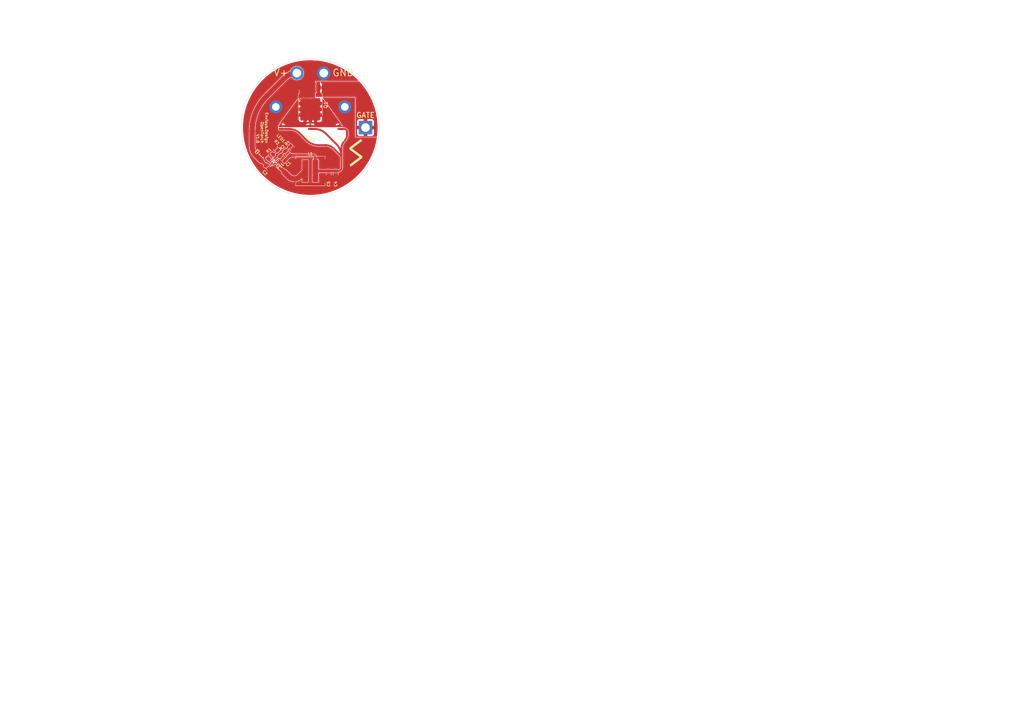
<source format=kicad_pcb>
(kicad_pcb (version 20221018) (generator pcbnew)
  (layers (0 "F.Cu" signal) (31 "B.Cu" signal) (34 "B.Paste" user) (35 "F.Paste" user) (36 "B.SilkS" user "B.Silkscreen") (37 "F.SilkS" user "F.Silkscreen") (38 "B.Mask" user) (39 "F.Mask" user) (44 "Edge.Cuts" user))
  (net 0 "")
  (net 1 "LED_V+")
  (net 2 "Net-(PS1-FB)")
  (net 3 "GND")
  (net 4 "VCC")
  (net 5 "Net-(PS1-SW)")
  (net 6 "Net-(PS1-EN)")
  (net 7 "Net-(J2-Pin_1)")
  (net 8 "Net-(Q1-D)")
  (footprint "Resistor_SMD:R_0805_2012Metric" (layer "F.Cu") (at 79.9 42.95 135)
    (fp_text reference "R3" (at 0.954594 1.449569 135) (layer "F.SilkS") (effects (font (size 0.8 0.8) (thickness 0.153))))
    (fp_text value "23.2K 0805")
    (fp_line (start -0.227064 -0.735) (end 0.227064 -0.735) (stroke (width 0.12)) (layer "F.SilkS"))
    (fp_line (start -0.227064 0.735) (end 0.227064 0.735) (stroke (width 0.12)) (layer "F.SilkS"))
    (pad "1" smd roundrect (at -0.9125 0 135) (size 1.025 1.4) (layers "F.Cu" "F.Paste" "F.Mask") (roundrect_rratio 0.243902) (net 6 "Net-(PS1-EN)"))
    (pad "2" smd roundrect (at 0.9125 0 135) (size 1.025 1.4) (layers "F.Cu" "F.Paste" "F.Mask") (roundrect_rratio 0.243902) (net 3 "GND"))
  )
  (footprint "MountingHole:MountingHole_2.2mm_M2_DIN965_Pad" (layer "F.Cu") (at 80 31)
    (fp_text reference "H1")
    (fp_text value "MountingHole")
    (pad "1" thru_hole circle (at 0 0) (size 3.8 3.8) (drill 2.2) (layers "*.Cu" "*.Mask") (net 3 "GND"))
  )
  (footprint "Connector_Wire:SolderWire-2sqmm_1x01_D2mm_OD3.9mm" (layer "F.Cu") (at 106 37)
    (fp_text reference "J2" hide)
    (fp_text value "Conn_01x02")
    (pad "1" thru_hole roundrect (at 0 0) (size 3.9 3.9) (drill 2.5) (layers "*.Cu" "*.Mask") (roundrect_rratio 0.064103) (net 7 "Net-(J2-Pin_1)"))
  )
  (footprint "Package_TO_SOT_SMD:TO-252-2" (layer "F.Cu") (at 90 30.44 -90)
    (fp_text reference "Q1" (at 0 -4.5 90) (layer "F.SilkS"))
    (fp_text value "IRLR120NTRPBF")
    (fp_line (start -3.31 -3.45) (end -3.31 -3.18) (stroke (width 0.12)) (layer "F.SilkS"))
    (fp_line (start -3.31 -3.18) (end -6.14 -3.18) (stroke (width 0.12)) (layer "F.SilkS"))
    (fp_line (start -3.31 3.18) (end -4.41 3.18) (stroke (width 0.12)) (layer "F.SilkS"))
    (fp_line (start -3.31 3.45) (end -3.31 3.18) (stroke (width 0.12)) (layer "F.SilkS"))
    (fp_line (start 3.11 -3.45) (end -3.31 -3.45) (stroke (width 0.12)) (layer "F.SilkS"))
    (fp_line (start 3.11 3.45) (end -3.31 3.45) (stroke (width 0.12)) (layer "F.SilkS"))
    (pad "1" smd roundrect (at -5.04 -2.28 270) (size 2.2 1.2) (layers "F.Cu" "F.Paste" "F.Mask") (roundrect_rratio 0.208333) (net 7 "Net-(J2-Pin_1)"))
    (pad "2" smd roundrect (at -0.415 -1.525 270) (size 3.05 2.75) (layers "F.Cu" "F.Paste") (roundrect_rratio 0.090909) (net 8 "Net-(Q1-D)"))
    (pad "2" smd roundrect (at -0.415 1.525 270) (size 3.05 2.75) (layers "F.Cu" "F.Paste") (roundrect_rratio 0.090909) (net 8 "Net-(Q1-D)"))
    (pad "2" smd roundrect (at 1.26 0 270) (size 6.4 5.8) (layers "F.Cu" "F.Mask") (roundrect_rratio 0.043103) (net 8 "Net-(Q1-D)"))
    (pad "2" smd roundrect (at 2.935 -1.525 270) (size 3.05 2.75) (layers "F.Cu" "F.Paste") (roundrect_rratio 0.090909) (net 8 "Net-(Q1-D)"))
    (pad "2" smd roundrect (at 2.935 1.525 270) (size 3.05 2.75) (layers "F.Cu" "F.Paste") (roundrect_rratio 0.090909) (net 8 "Net-(Q1-D)"))
    (pad "3" smd roundrect (at -5.04 2.28 270) (size 2.2 1.2) (layers "F.Cu" "F.Paste" "F.Mask") (roundrect_rratio 0.208333) (net 3 "GND"))
  )
  (footprint "GWVJLPL1CMK3LXXX511:GWVJLPL1CMK3LXXX511" (layer "F.Cu") (at 98.55 37 -90)
    (fp_text reference "LED2" (at 3.1 0 -225) (layer "F.SilkS") (effects (font (size 0.8 0.8) (thickness 0.153))))
    (fp_text value "GW_VJLPL1.CM-K3LX-XX51-1" hide)
    (fp_line (start -1.3 0) (end -1.3 0) (stroke (width 0.1)) (layer "F.SilkS"))
    (fp_line (start -1.2 0) (end -1.2 0) (stroke (width 0.1)) (layer "F.SilkS"))
    (fp_arc (start -1.3 0) (mid -1.25 -0.05) (end -1.2 0) (stroke (width 0.1)) (layer "F.SilkS"))
    (fp_arc (start -1.2 0) (mid -1.25 0.05) (end -1.3 0) (stroke (width 0.1)) (layer "F.SilkS"))
    (pad "1" smd rect (at -0.405 0 270) (size 0.55 1.35) (layers "F.Cu" "F.Paste" "F.Mask") (net 8 "Net-(Q1-D)"))
    (pad "2" smd rect (at 0.405 0 270) (size 0.55 1.35) (layers "F.Cu" "F.Paste" "F.Mask") (net 1 "LED_V+"))
  )
  (footprint "Capacitor_SMD:C_0805_2012Metric" (layer "F.Cu") (at 81.95 45.9 135)
    (fp_text reference "C1" (at -2.368808 0.035355 225) (layer "F.SilkS") (effects (font (size 0.8 0.8) (thickness 0.153))))
    (fp_text value "100nF")
    (fp_line (start -0.261252 -0.735) (end 0.261252 -0.735) (stroke (width 0.12)) (layer "F.SilkS"))
    (fp_line (start -0.261252 0.735) (end 0.261252 0.735) (stroke (width 0.12)) (layer "F.SilkS"))
    (pad "1" smd roundrect (at -0.95 0 135) (size 1 1.45) (layers "F.Cu" "F.Paste" "F.Mask") (net 1 "LED_V+"))
    (pad "2" smd roundrect (at 0.95 0 135) (size 1 1.45) (layers "F.Cu" "F.Paste" "F.Mask") (net 2 "Net-(PS1-FB)"))
  )
  (footprint "Capacitor_SMD:C_0805_2012Metric" (layer "F.Cu") (at 97.35 50.55 -90)
    (fp_text reference "C4" (at 2.8 0 90) (layer "F.SilkS") (effects (font (size 0.8 0.8) (thickness 0.153))))
    (fp_text value "22uF")
    (fp_line (start -0.261252 -0.735) (end 0.261252 -0.735) (stroke (width 0.12)) (layer "F.SilkS"))
    (fp_line (start -0.261252 0.735) (end 0.261252 0.735) (stroke (width 0.12)) (layer "F.SilkS"))
    (pad "1" smd roundrect (at -0.95 0 270) (size 1 1.45) (layers "F.Cu" "F.Paste" "F.Mask") (net 1 "LED_V+"))
    (pad "2" smd roundrect (at 0.95 0 270) (size 1 1.45) (layers "F.Cu" "F.Paste" "F.Mask") (net 3 "GND"))
  )
  (footprint "Resistor_SMD:R_0805_2012Metric" (layer "F.Cu") (at 78.5 45.4 -135)
    (fp_text reference "R1" (at -0.848528 1.626346 45) (layer "F.SilkS") (effects (font (size 0.8 0.8) (thickness 0.153))))
    (fp_text value "100K 0805")
    (fp_line (start -0.227064 -0.735) (end 0.227064 -0.735) (stroke (width 0.12)) (layer "F.SilkS"))
    (fp_line (start -0.227064 0.735) (end 0.227064 0.735) (stroke (width 0.12)) (layer "F.SilkS"))
    (pad "1" smd roundrect (at -0.9125 0 225) (size 1.025 1.4) (layers "F.Cu" "F.Paste" "F.Mask") (roundrect_rratio 0.243902) (net 6 "Net-(PS1-EN)"))
    (pad "2" smd roundrect (at 0.9125 0 225) (size 1.025 1.4) (layers "F.Cu" "F.Paste" "F.Mask") (roundrect_rratio 0.243902) (net 4 "VCC"))
  )
  (footprint "Resistor_SMD:R_0805_2012Metric" (layer "F.Cu") (at 83.4 44.45 135)
    (fp_text reference "R2" (at 2.262742 0.070711 225) (layer "F.SilkS") (effects (font (size 0.8 0.8) (thickness 0.153))))
    (fp_text value "120K 0805")
    (fp_line (start -0.227064 -0.735) (end 0.227064 -0.735) (stroke (width 0.12)) (layer "F.SilkS"))
    (fp_line (start -0.227064 0.735) (end 0.227064 0.735) (stroke (width 0.12)) (layer "F.SilkS"))
    (pad "1" smd roundrect (at -0.9125 0 135) (size 1.025 1.4) (layers "F.Cu" "F.Paste" "F.Mask") (roundrect_rratio 0.243902) (net 1 "LED_V+"))
    (pad "2" smd roundrect (at 0.9125 0 135) (size 1.025 1.4) (layers "F.Cu" "F.Paste" "F.Mask") (roundrect_rratio 0.243902) (net 2 "Net-(PS1-FB)"))
  )
  (footprint "GWVJLPL1CMK3LXXX511:GWVJLPL1CMK3LXXX511" (layer "F.Cu") (at 90 37 -90)
    (fp_text reference "LED3" (at 3.1 0 -225) (layer "F.SilkS") (effects (font (size 0.8 0.8) (thickness 0.153) bold)))
    (fp_text value "GW_VJLPL1.CM-K3LX-XX51-1" hide)
    (fp_line (start -1.3 0) (end -1.3 0) (stroke (width 0.1)) (layer "F.SilkS"))
    (fp_line (start -1.2 0) (end -1.2 0) (stroke (width 0.1)) (layer "F.SilkS"))
    (fp_arc (start -1.3 0) (mid -1.25 -0.05) (end -1.2 0) (stroke (width 0.1)) (layer "F.SilkS"))
    (fp_arc (start -1.2 0) (mid -1.25 0.05) (end -1.3 0) (stroke (width 0.1)) (layer "F.SilkS"))
    (pad "1" smd rect (at -0.405 0 270) (size 0.55 1.35) (layers "F.Cu" "F.Paste" "F.Mask") (net 8 "Net-(Q1-D)"))
    (pad "2" smd rect (at 0.405 0 270) (size 0.55 1.35) (layers "F.Cu" "F.Paste" "F.Mask") (net 1 "LED_V+"))
  )
  (footprint "Package_TO_SOT_SMD:SOT-563" (layer "F.Cu") (at 79.8 47.2 45)
    (fp_text reference "PS1" (at 0.318198 1.803122 45) (layer "F.SilkS") (effects (font (size 0.8 0.8) (thickness 0.153))))
    (fp_text value "TPS566242DRLR")
    (fp_line (start -0.9 -0.9) (end 0.65 -0.9) (stroke (width 0.12)) (layer "F.SilkS"))
    (fp_line (start 0.65 0.9) (end -0.65 0.9) (stroke (width 0.12)) (layer "F.SilkS"))
    (pad "1" smd rect (at -0.75 -0.5 45) (size 0.7 0.34) (layers "F.Cu" "F.Paste" "F.Mask") (net 4 "VCC"))
    (pad "2" smd rect (at -0.75 0 45) (size 0.7 0.34) (layers "F.Cu" "F.Paste" "F.Mask") (net 5 "Net-(PS1-SW)"))
    (pad "3" smd rect (at -0.75 0.5 45) (size 0.7 0.34) (layers "F.Cu" "F.Paste" "F.Mask") (net 3 "GND"))
    (pad "4" smd rect (at 0.75 0.5 45) (size 0.7 0.34) (layers "F.Cu" "F.Paste" "F.Mask") (net 3 "GND"))
    (pad "5" smd rect (at 0.75 0 45) (size 0.7 0.34) (layers "F.Cu" "F.Paste" "F.Mask") (net 6 "Net-(PS1-EN)"))
    (pad "6" smd rect (at 0.75 -0.5 45) (size 0.7 0.34) (layers "F.Cu" "F.Paste" "F.Mask") (net 2 "Net-(PS1-FB)"))
  )
  (footprint "Capacitor_SMD:C_0805_2012Metric" (layer "F.Cu") (at 75.8 45.2 45)
    (fp_text reference "C3" (at 0 -1.68 45) (layer "F.SilkS") (effects (font (size 0.8 0.8) (thickness 0.153))))
    (fp_text value "100nF 0805")
    (fp_line (start -0.261252 -0.735) (end 0.261252 -0.735) (stroke (width 0.12)) (layer "F.SilkS"))
    (fp_line (start -0.261252 0.735) (end 0.261252 0.735) (stroke (width 0.12)) (layer "F.SilkS"))
    (pad "1" smd roundrect (at -0.95 0 45) (size 1 1.45) (layers "F.Cu" "F.Paste" "F.Mask") (net 4 "VCC"))
    (pad "2" smd roundrect (at 0.95 0 45) (size 1 1.45) (layers "F.Cu" "F.Paste" "F.Mask") (net 3 "GND"))
  )
  (footprint "Inductor_SMD:L_Coilcraft_XAL7030-222" (layer "F.Cu") (at 90 49.6)
    (fp_text reference "L1" (at 0 -5) (layer "F.SilkS") (effects (font (size 0.8 0.8) (thickness 0.153))))
    (fp_text value "MDA7030-2R2M")
    (fp_line (start -4.26 -4.26) (end -4.26 -3.51) (stroke (width 0.12)) (layer "F.SilkS"))
    (fp_line (start -4.26 -4.26) (end 4.26 -4.26) (stroke (width 0.12)) (layer "F.SilkS"))
    (fp_line (start -4.26 4.26) (end -4.26 3.51) (stroke (width 0.12)) (layer "F.SilkS"))
    (fp_line (start -4.26 4.26) (end 4.26 4.26) (stroke (width 0.12)) (layer "F.SilkS"))
    (fp_line (start 4.26 -4.26) (end 4.26 -3.51) (stroke (width 0.12)) (layer "F.SilkS"))
    (fp_line (start 4.26 4.26) (end 4.26 3.51) (stroke (width 0.12)) (layer "F.SilkS"))
    (pad "1" smd rect (at -1.47 0) (size 1.78 6.5) (layers "F.Cu" "F.Paste" "F.Mask") (net 5 "Net-(PS1-SW)"))
    (pad "2" smd rect (at 1.47 0) (size 1.78 6.5) (layers "F.Cu" "F.Paste" "F.Mask") (net 1 "LED_V+"))
  )
  (footprint "Capacitor_SMD:C_0805_2012Metric" (layer "F.Cu") (at 77.9 48.7 -45)
    (fp_text reference "C2" (at 0.212132 1.767767 135) (layer "F.SilkS") (effects (font (size 0.8 0.8) (thickness 0.153))))
    (fp_text value "10uF 0805")
    (fp_line (start -0.261252 -0.735) (end 0.261252 -0.735) (stroke (width 0.12)) (layer "F.SilkS"))
    (fp_line (start -0.261252 0.735) (end 0.261252 0.735) (stroke (width 0.12)) (layer "F.SilkS"))
    (pad "1" smd roundrect (at -0.95 0 315) (size 1 1.45) (layers "F.Cu" "F.Paste" "F.Mask") (net 4 "VCC"))
    (pad "2" smd roundrect (at 0.95 0 315) (size 1 1.45) (layers "F.Cu" "F.Paste" "F.Mask") (net 3 "GND"))
  )
  (footprint "Resistor_SMD:R_0805_2012Metric" (layer "F.Cu") (at 84.8 43.05 -45)
    (fp_text reference "R4" (at -2.192031 -0.070711 -135) (layer "F.SilkS") (effects (font (size 0.8 0.8) (thickness 0.153))))
    (fp_text value "30K 0805")
    (fp_line (start -0.227064 -0.735) (end 0.227064 -0.735) (stroke (width 0.12)) (layer "F.SilkS"))
    (fp_line (start -0.227064 0.735) (end 0.227064 0.735) (stroke (width 0.12)) (layer "F.SilkS"))
    (pad "1" smd roundrect (at -0.9125 0 315) (size 1.025 1.4) (layers "F.Cu" "F.Paste" "F.Mask") (roundrect_rratio 0.243902) (net 2 "Net-(PS1-FB)"))
    (pad "2" smd roundrect (at 0.9125 0 315) (size 1.025 1.4) (layers "F.Cu" "F.Paste" "F.Mask") (roundrect_rratio 0.243902) (net 3 "GND"))
  )
  (footprint "Capacitor_SMD:C_0805_2012Metric" (layer "F.Cu") (at 95.3 50.55 -90)
    (fp_text reference "C5" (at 2.8 0 90) (layer "F.SilkS") (effects (font (size 0.8 0.8) (thickness 0.153))))
    (fp_text value "100nF")
    (fp_line (start -0.261252 -0.735) (end 0.261252 -0.735) (stroke (width 0.12)) (layer "F.SilkS"))
    (fp_line (start -0.261252 0.735) (end 0.261252 0.735) (stroke (width 0.12)) (layer "F.SilkS"))
    (pad "1" smd roundrect (at -0.95 0 270) (size 1 1.45) (layers "F.Cu" "F.Paste" "F.Mask") (net 1 "LED_V+"))
    (pad "2" smd roundrect (at 0.95 0 270) (size 1 1.45) (layers "F.Cu" "F.Paste" "F.Mask") (net 3 "GND"))
  )
  (footprint "Connector_Wire:SolderWire-2sqmm_1x02_P7.8mm_D2mm_OD3.9mm" (layer "F.Cu") (at 86.1 21.2)
    (fp_text reference "J1")
    (fp_text value "Conn_01x02")
    (pad "1" thru_hole oval (at 0 0) (size 3.9 3.9) (drill 2.5) (layers "*.Cu" "*.Mask") (net 4 "VCC"))
    (pad "2" thru_hole circle (at 7.8 0) (size 3.9 3.9) (drill 2.5) (layers "*.Cu" "*.Mask") (net 3 "GND"))
  )
  (footprint "GWVJLPL1CMK3LXXX511:GWVJLPL1CMK3LXXX511" (layer "F.Cu") (at 81.45 37 -90)
    (fp_text reference "LED1" (at 3.1 0 -225) (layer "F.SilkS") (effects (font (size 0.8 0.8) (thickness 0.153) bold)))
    (fp_text value "GW_VJLPL1.CM-K3LX-XX51-1" hide)
    (fp_line (start -1.3 0) (end -1.3 0) (stroke (width 0.1)) (layer "F.SilkS"))
    (fp_line (start -1.2 0) (end -1.2 0) (stroke (width 0.1)) (layer "F.SilkS"))
    (fp_arc (start -1.3 0) (mid -1.25 -0.05) (end -1.2 0) (stroke (width 0.1)) (layer "F.SilkS"))
    (fp_arc (start -1.2 0) (mid -1.25 0.05) (end -1.3 0) (stroke (width 0.1)) (layer "F.SilkS"))
    (pad "1" smd rect (at -0.405 0 270) (size 0.55 1.35) (layers "F.Cu" "F.Paste" "F.Mask") (net 8 "Net-(Q1-D)"))
    (pad "2" smd rect (at 0.405 0 270) (size 0.55 1.35) (layers "F.Cu" "F.Paste" "F.Mask") (net 1 "LED_V+"))
  )
  (footprint "MountingHole:MountingHole_2.2mm_M2_DIN965_Pad" (layer "F.Cu") (at 100 31)
    (fp_text reference "H2")
    (fp_text value "MountingHole")
    (pad "1" thru_hole circle (at 0 0) (size 3.8 3.8) (drill 2.2) (layers "*.Cu" "*.Mask") (net 3 "GND"))
  )
  (footprint "GW_CSSRM3:Sun" (layer "F.Cu") (at 103.2 44.4 180)
    (fp_text reference "G***" hide)
    (fp_text value "LOGO" hide)
    (fp_poly (pts (xy 1.670141 -3.668932) (xy 1.870116 -3.401481) (xy 1.856852 -3.390487) (xy 1.852019 -3.386787) (xy 1.839644 -3.377432) (xy 1.819999 -3.362627) (xy 1.793358 -3.342577) (xy 1.759992 -3.317486) (xy 1.720175 -3.28756) (xy 1.674178 -3.253002) (xy 1.622276 -3.214017) (xy 1.56474 -3.170811) (xy 1.501842 -3.123587) (xy 1.433857 -3.07255) (xy 1.361055 -3.017905) (xy 1.283711 -2.959857) (xy 1.202096 -2.89861) (xy 1.116483 -2.834369) (xy 1.027144 -2.767338) (xy 0.934354 -2.697722) (xy 0.838383 -2.625727) (xy 0.739505 -2.551555) (xy 0.637992 -2.475413) (xy 0.534118 -2.397505) (xy 0.428154 -2.318035) (xy 0.370191 -2.274567) (xy 0.263346 -2.194436) (xy 0.158506 -2.115797) (xy 0.055941 -2.038853) (xy -0.044081 -1.963806) (xy -0.141289 -1.890858) (xy -0.235414 -1.820212) (xy -0.326186 -1.752071) (xy -0.413337 -1.686637) (xy -0.496596 -1.624113) (xy -0.575694 -1.5647) (xy -0.650362 -1.508603) (xy -0.72033 -1.456022) (xy -0.785329 -1.407161) (xy -0.845088 -1.362222) (xy -0.89934 -1.321408) (xy -0.947813 -1.284921) (xy -0.990239 -1.252963) (xy -1.026348 -1.225738) (xy -1.055871 -1.203447) (xy -1.078538 -1.186294) (xy -1.09408 -1.17448) (xy -1.102227 -1.168208) (xy -1.103458 -1.167192) (xy -1.099614 -1.164119) (xy -1.088222 -1.155388) (xy -1.069551 -1.141202) (xy -1.043869 -1.121762) (xy -1.011444 -1.097271) (xy -0.972544 -1.067928) (xy -0.927438 -1.033937) (xy -0.876393 -0.995498) (xy -0.819677 -0.952813) (xy -0.75756 -0.906085) (xy -0.690308 -0.855513) (xy -0.61819 -0.8013) (xy -0.541475 -0.743647) (xy -0.460429 -0.682757) (xy -0.375322 -0.61883) (xy -0.286421 -0.552068) (xy -0.193995 -0.482673) (xy -0.098312 -0.410846) (xy 0.000361 -0.336788) (xy 0.101755 -0.260702) (xy 0.205601 -0.182789) (xy 0.311632 -0.103251) (xy 0.383369 -0.049446) (xy 1.870448 1.065852) (xy 1.870448 1.333619) (xy 1.870448 1.601385) (xy 0.208777 2.847684) (xy 0.095209 2.932864) (xy -0.016394 3.01657) (xy -0.125777 3.098612) (xy -0.232685 3.178799) (xy -0.336864 3.256938) (xy -0.438058 3.33284) (xy -0.536012 3.406313) (xy -0.630473 3.477166) (xy -0.721185 3.545207) (xy -0.807893 3.610246) (xy -0.890342 3.672092) (xy -0.968278 3.730553) (xy -1.041446 3.785437) (xy -1.109591 3.836555) (xy -1.172458 3.883715) (xy -1.229793 3.926726) (xy -1.28134 3.965396) (xy -1.326845 3.999535) (xy -1.366053 4.028951) (xy -1.398709 4.053453) (xy -1.424558 4.07285) (xy -1.443346 4.086952) (xy -1.454818 4.095566) (xy -1.458708 4.098493) (xy -1.461977 4.096764) (xy -1.469262 4.089336) (xy -1.480769 4.075945) (xy -1.496706 4.056327) (xy -1.517281 4.030218) (xy -1.542701 3.997354) (xy -1.573172 3.957471) (xy -1.608904 3.910304) (xy -1.650102 3.855589) (xy -1.665119 3.835583) (xy -1.698774 3.790593) (xy -1.730551 3.747873) (xy -1.759985 3.708065) (xy -1.786609 3.671809) (xy -1.809958 3.639749) (xy -1.829566 3.612524) (xy -1.844968 3.590776) (xy -1.855697 3.575147) (xy -1.861288 3.566277) (xy -1.861977 3.56446) (xy -1.857842 3.561294) (xy -1.846162 3.552471) (xy -1.827206 3.538192) (xy -1.801244 3.518661) (xy -1.768546 3.49408) (xy -1.72938 3.46465) (xy -1.684017 3.430574) (xy -1.632726 3.392055) (xy -1.575776 3.349294) (xy -1.513437 3.302495) (xy -1.445978 3.251858) (xy -1.373669 3.197587) (xy -1.296779 3.139883) (xy -1.215578 3.07895) (xy -1.130335 3.014988) (xy -1.04132 2.948201) (xy -0.948802 2.878791) (xy -0.853051 2.80696) (xy -0.754336 2.73291) (xy -0.652927 2.656844) (xy -0.549093 2.578964) (xy -0.443103 2.499471) (xy -0.376043 2.449178) (xy -0.268869 2.368796) (xy -0.163696 2.2899) (xy -0.060792 2.212693) (xy 0.039572 2.137377) (xy 0.13713 2.064155) (xy 0.23161 1.993228) (xy 0.322746 1.924798) (xy 0.410267 1.859068) (xy 0.493905 1.79624) (xy 0.573392 1.736516) (xy 0.648457 1.680098) (xy 0.718834 1.627188) (xy 0.784251 1.577988) (xy 0.844442 1.5327) (xy 0.899136 1.491527) (xy 0.948065 1.45467) (xy 0.99096 1.422333) (xy 1.027553 1.394716) (xy 1.057574 1.372022) (xy 1.080755 1.354453) (xy 1.096826 1.342211) (xy 1.105519 1.335499) (xy 1.107086 1.334201) (xy 1.10329 1.331059) (xy 1.091947 1.322261) (xy 1.073322 1.308009) (xy 1.047686 1.288506) (xy 1.015306 1.263952) (xy 0.976449 1.23455) (xy 0.931384 1.200502) (xy 0.880379 1.162008) (xy 0.823703 1.119272) (xy 0.761622 1.072494) (xy 0.694405 1.021876) (xy 0.62232 0.967621) (xy 0.545635 0.909929) (xy 0.464618 0.849003) (xy 0.379538 0.785045) (xy 0.290662 0.718255) (xy 0.198257 0.648837) (xy 0.102594 0.576991) (xy 0.003938 0.50292) (xy -0.097441 0.426825) (xy -0.201276 0.348907) (xy -0.307299 0.26937) (xy -0.378773 0.215762) (xy -1.865564 -0.899277) (xy -1.865564 -1.166929) (xy -1.865564 -1.434581) (xy -0.197699 -2.685482) (xy 1.470167 -3.936384)) (fill solid) (layer "F.SilkS"))
  )
  (gr_circle (center 90 37) (end 110 37) (stroke (width 0.1)) (fill none) (layer "Edge.Cuts"))
  (gr_text "V+" (at 81.5 21.1) (layer "F.SilkS") (effects (font (size 2 2) (thickness 0.25))))
  (gr_text "Envious.Design\nOpenTorch\nV1.0" (at 77.8 41.6 270) (layer "F.SilkS") (effects (font (size 0.8 0.8) (thickness 0.153) bold) (justify right top)))
  (gr_text "GATE" (at 106 33.4) (layer "F.SilkS") (effects (font (size 1.5 1.5) (thickness 0.25))))
  (gr_text "GND" (at 99.5 21.1) (layer "F.SilkS") (effects (font (size 2 2) (thickness 0.25))))
  (segment (start 97.35 49.6) (end 98.05 49.6) (width 0.55) (layer "F.Cu") (net 1))
  (segment (start 99.05 45.35) (end 96.78995 43.08995) (width 0.55) (layer "F.Cu") (net 1))
  (segment (start 99.893254 37.405) (end 98.55 37.405) (width 0.55) (layer "F.Cu") (net 1))
  (segment (start 82.621751 46.518719) (end 84.045235 45.095235) (width 0.4) (layer "F.Cu") (net 1))
  (segment (start 90 37.405) (end 91.240689 37.405) (width 0.55) (layer "F.Cu") (net 1))
  (segment (start 97.55 41.8) (end 94.508622 38.758622) (width 0.55) (layer "F.Cu") (net 1))
  (segment (start 100.65 39.180762) (end 100.65 38.161746) (width 0.55) (layer "F.Cu") (net 1))
  (segment (start 91.47 49.6) (end 91.47 45.729333) (width 0.8) (layer "F.Cu") (net 1))
  (segment (start 99.05 46.2) (end 99.05 45.42132) (width 0.55) (layer "F.Cu") (net 1))
  (segment (start 84.098267 45.095235) (end 90.835902 45.095235) (width 0.8) (layer "F.Cu") (net 1))
  (segment (start 99.05 46.6) (end 99.05 45.35) (width 0.55) (layer "F.Cu") (net 1))
  (segment (start 94.4 42.1) (end 92.400609 42.1) (width 0.55) (layer "F.Cu") (net 1))
  (segment (start 95.3 49.6) (end 97.35 49.6) (width 0.8) (layer "F.Cu") (net 1))
  (segment (start 99.05 46.2) (end 99.05 43.043502) (width 0.55) (layer "F.Cu") (net 1))
  (segment (start 99.05 46.6) (end 99.05 46.2) (width 0.55) (layer "F.Cu") (net 1))
  (segment (start 82.621751 46.571751) (end 84.098267 45.095235) (width 0.8) (layer "F.Cu") (net 1))
  (segment (start 82.621751 46.571751) (end 82.621751 46.518719) (width 0.4) (layer "F.Cu") (net 1))
  (segment (start 81.45 37.405) (end 83.894305 37.405) (width 0.55) (layer "F.Cu") (net 1))
  (segment (start 88.9 40.65) (end 86.9 38.65) (width 0.55) (layer "F.Cu") (net 1))
  (segment (start 99.05 48.6) (end 99.05 46.6) (width 0.55) (layer "F.Cu") (net 1))
  (segment (start 91.47 49.6) (end 95.3 49.6) (width 0.8) (layer "F.Cu") (net 1))
  (arc (start 99.05 43.043502) (mid 99.296897 41.802268) (end 100 40.75) (width 0.55) (layer "F.Cu") (net 1))
  (arc (start 94.508622 38.758622) (mid 93.009282 37.756795) (end 91.240689 37.405) (width 0.55) (layer "F.Cu") (net 1))
  (arc (start 99.05 45.42132) (mid 98.660163 43.461476) (end 97.55 41.8) (width 0.55) (layer "F.Cu") (net 1))
  (arc (start 98.05 49.6) (mid 98.757107 49.307107) (end 99.05 48.6) (width 0.55) (layer "F.Cu") (net 1))
  (arc (start 100 40.75) (mid 100.481071 40.030028) (end 100.65 39.180762) (width 0.55) (layer "F.Cu") (net 1))
  (arc (start 100.65 38.161746) (mid 100.428354 37.626646) (end 99.893254 37.405) (width 0.55) (layer "F.Cu") (net 1))
  (arc (start 91.47 45.729333) (mid 91.284277 45.280958) (end 90.835902 45.095235) (width 0.8) (layer "F.Cu") (net 1))
  (arc (start 96.78995 43.08995) (mid 95.693432 42.357279) (end 94.4 42.1) (width 0.55) (layer "F.Cu") (net 1))
  (arc (start 83.894305 37.405) (mid 85.520975 37.728565) (end 86.9 38.65) (width 0.55) (layer "F.Cu") (net 1))
  (arc (start 92.400609 42.1) (mid 90.506093 41.723157) (end 88.9 40.65) (width 0.55) (layer "F.Cu") (net 1))
  (segment (start 79.976777 46.316117) (end 81.064645 45.228249) (width 0.3) (layer "F.Cu") (net 2))
  (segment (start 82.754765 43.804765) (end 82.701733 43.804765) (width 0.4) (layer "F.Cu") (net 2))
  (segment (start 81.064645 45.228249) (end 81.278249 45.228249) (width 0.3) (layer "F.Cu") (net 2))
  (segment (start 82.701733 43.804765) (end 81.278249 45.228249) (width 0.4) (layer "F.Cu") (net 2))
  (segment (start 84.154765 42.404765) (end 82.754765 43.804765) (width 0.4) (layer "F.Cu") (net 2))
  (segment (start 80.826777 47.023223) (end 84.154765 43.695235) (width 0.3) (layer "F.Cu") (net 3))
  (segment (start 78.571751 49.135355) (end 78.571751 49.371751) (width 0.3) (layer "F.Cu") (net 3))
  (segment (start 79.623223 48.083883) (end 78.571751 49.135355) (width 0.3) (layer "F.Cu") (net 3))
  (segment (start 80.683883 47.023223) (end 80.826777 47.023223) (width 0.3) (layer "F.Cu") (net 3))
  (segment (start 84.154765 43.695235) (end 85.445235 43.695235) (width 0.3) (layer "F.Cu") (net 3))
  (segment (start 77.273979 27.926021) (end 82.515075 22.684925) (width 1.6) (layer "F.Cu") (net 4))
  (segment (start 78.916117 47.376777) (end 77.854765 46.315425) (width 0.35) (layer "F.Cu") (net 4))
  (segment (start 78.264645 48.028249) (end 77.228249 48.028249) (width 0.35) (layer "F.Cu") (net 4))
  (segment (start 77.228249 48.028249) (end 75.75 46.55) (width 0.8) (layer "F.Cu") (net 4))
  (segment (start 73.1012 42.205841) (end 73.1012 38) (width 1.6) (layer "F.Cu") (net 4))
  (segment (start 77.854765 46.315425) (end 77.854765 46.045235) (width 0.35) (layer "F.Cu") (net 4))
  (segment (start 75.75 46.55) (end 74.3 45.1) (width 1.6) (layer "F.Cu") (net 4))
  (segment (start 78.916117 47.376777) (end 78.264645 48.028249) (width 0.35) (layer "F.Cu") (net 4))
  (segment (start 77.228249 48.028249) (end 77.2 48) (width 0.35) (layer "F.Cu") (net 4))
  (arc (start 73.1012 38) (mid 74.18567 32.548001) (end 77.273979 27.926021) (width 1.6) (layer "F.Cu") (net 4))
  (arc (start 82.515075 22.684925) (mid 84.159853 21.58592) (end 86.1 21.2) (width 1.6) (layer "F.Cu") (net 4))
  (arc (start 74.3 45.1) (mid 73.412757 43.772148) (end 73.1012 42.205841) (width 1.6) (layer "F.Cu") (net 4))
  (segment (start 82.45 49.9) (end 83.742893 51.192893) (width 1.6) (layer "F.Cu") (net 5))
  (segment (start 86.781544 51.348456) (end 88.53 49.6) (width 1.6) (layer "F.Cu") (net 5))
  (segment (start 79.65 47.35) (end 79.9 47.35) (width 0.3) (layer "F.Cu") (net 5))
  (segment (start 79.9 47.35) (end 80.7 48.15) (width 0.3) (layer "F.Cu") (net 5))
  (segment (start 79.26967 47.73033) (end 79.65 47.35) (width 0.3) (layer "F.Cu") (net 5))
  (segment (start 82.45 49.9) (end 80.7 48.15) (width 1) (layer "F.Cu") (net 5))
  (arc (start 85.45 51.9) (mid 86.170627 51.756658) (end 86.781544 51.348456) (width 1.6) (layer "F.Cu") (net 5))
  (arc (start 83.742893 51.192893) (mid 84.52612 51.716229) (end 85.45 51.9) (width 1.6) (layer "F.Cu") (net 5))
  (segment (start 79.145235 46.495235) (end 79.567158 46.917158) (width 0.15) (layer "F.Cu") (net 6))
  (segment (start 79.145235 44.754765) (end 79.385705 44.754765) (width 0.3) (layer "F.Cu") (net 6))
  (segment (start 79.145235 44.754765) (end 79.145235 46.495235) (width 0.15) (layer "F.Cu") (net 6))
  (segment (start 79.385705 44.754765) (end 80.545235 43.595235) (width 0.3) (layer "F.Cu") (net 6))
  (segment (start 79.567158 46.917158) (end 80.082842 46.917158) (width 0.15) (layer "F.Cu") (net 6))
  (segment (start 80.082842 46.917158) (end 80.33033 46.66967) (width 0.15) (layer "F.Cu") (net 6))
  (segment (start 93.2 27.4) (end 104.8 27.4) (width 1) (layer "F.Cu") (net 7))
  (segment (start 106 28.6) (end 106 37) (width 1) (layer "F.Cu") (net 7))
  (segment (start 92.28 25.4) (end 92.28 26.48) (width 1) (layer "F.Cu") (net 7))
  (arc (start 104.8 27.4) (mid 105.648528 27.751472) (end 106 28.6) (width 1) (layer "F.Cu") (net 7))
  (arc (start 92.28 26.48) (mid 92.549462 27.130538) (end 93.2 27.4) (width 1) (layer "F.Cu") (net 7))
  (zone (net 3) (net_name "GND") (layer "F.Cu") (connect_pads (clearance 0.15)) (min_thickness 0.15) (fill yes (thermal_gap 0.5) (thermal_bridge_width 0.5))
    (polygon (pts (xy 0 0) (xy 297 0) (xy 297 210) (xy 0 210)))
  )
  (zone (net 7) (net_name "Net-(J2-Pin_1)") (layer "F.Cu") (priority 2) (connect_pads (clearance 0.15)) (min_thickness 0.15) (fill yes (thermal_gap 0.5) (thermal_bridge_width 1))
    (polygon (pts (xy 91.5 23.6) (xy 110.2 23.6) (xy 110.121411 39.686783) (xy 103.1 39.7) (xy 103.1 28.1) (xy 91.5 28.1)))
  )
  (zone (net 8) (net_name "Net-(Q1-D)") (layer "F.Cu") (priority 1) (connect_pads (clearance 0.15)) (min_thickness 0.15) (fill yes (thermal_gap 0.5) (thermal_bridge_width 1))
    (polygon (pts (xy 86.8 28.2) (xy 80.75 36.3) (xy 80.75 36.9) (xy 99.25 36.9) (xy 99.25 36.3) (xy 93.3 28.2)))
  )
  (zone (net 3) (net_name "GND") (layer "F.Cu") (connect_pads yes (clearance 0.15)) (min_thickness 0.25) (fill yes (thermal_gap 0.5) (thermal_bridge_width 0.5))
    (polygon (pts (xy 110.3 37) (xy 110.280131 36.102063) (xy 110.220562 35.205884) (xy 110.121411 34.313217) (xy 109.982872 33.425809) (xy 109.805215 32.545398) (xy 109.588788 31.673707) (xy 109.334015 30.812443) (xy 109.041395 29.963291) (xy 108.711501 29.127914) (xy 108.344978 28.307946) (xy 107.942543 27.504994) (xy 107.504986 26.720629) (xy 107.033161 25.956386) (xy 106.527994 25.213761) (xy 105.990472 24.494209) (xy 105.421648 23.799137) (xy 104.822635 23.129907) (xy 104.194607 22.487828) (xy 103.538791 21.874157) (xy 102.856473 21.290096) (xy 102.148988 20.736787) (xy 101.417721 20.215315) (xy 100.664102 19.726699) (xy 99.889609 19.271897) (xy 99.095756 18.851798) (xy 98.284097 18.467225) (xy 97.456222 18.118932) (xy 96.613752 17.807598) (xy 95.758334 17.533835) (xy 94.891644 17.298177) (xy 94.015379 17.101087) (xy 93.131253 16.94295) (xy 92.240998 16.824076) (xy 91.346356 16.744696) (xy 90.449078 16.704968) (xy 89.550922 16.704968) (xy 88.653644 16.744696) (xy 87.759002 16.824076) (xy 86.868747 16.94295) (xy 85.984621 17.101087) (xy 85.108356 17.298177) (xy 84.241666 17.533835) (xy 83.386248 17.807598) (xy 82.543778 18.118932) (xy 81.715903 18.467225) (xy 80.904244 18.851798) (xy 80.110391 19.271897) (xy 79.335898 19.726699) (xy 78.582279 20.215315) (xy 77.851012 20.736787) (xy 77.143527 21.290096) (xy 76.461209 21.874157) (xy 75.805393 22.487828) (xy 75.177365 23.129907) (xy 74.578352 23.799137) (xy 74.009528 24.494209) (xy 73.472006 25.213761) (xy 72.966839 25.956386) (xy 72.495014 26.720629) (xy 72.057457 27.504994) (xy 71.655022 28.307946) (xy 71.288499 29.127914) (xy 70.958605 29.963291) (xy 70.665985 30.812443) (xy 70.411212 31.673707) (xy 70.194785 32.545398) (xy 70.017128 33.425809) (xy 69.878589 34.313217) (xy 69.779438 35.205884) (xy 69.719869 36.102063) (xy 69.7 37) (xy 69.719869 37.897937) (xy 69.779438 38.794116) (xy 69.878589 39.686783) (xy 70.017128 40.574191) (xy 70.194785 41.454602) (xy 70.411212 42.326293) (xy 70.665985 43.187557) (xy 70.958605 44.036709) (xy 71.288499 44.872086) (xy 71.655022 45.692054) (xy 72.057457 46.495006) (xy 72.495014 47.279371) (xy 72.966839 48.043614) (xy 73.472006 48.786239) (xy 74.009528 49.505791) (xy 74.578352 50.200863) (xy 75.177365 50.870093) (xy 75.805393 51.512172) (xy 76.461209 52.125843) (xy 77.143527 52.709904) (xy 77.851012 53.263213) (xy 78.582279 53.784685) (xy 79.335898 54.273301) (xy 80.110391 54.728103) (xy 80.904244 55.148202) (xy 81.715903 55.532775) (xy 82.543778 55.881068) (xy 83.386248 56.192402) (xy 84.241666 56.466165) (xy 85.108356 56.701823) (xy 85.984621 56.898913) (xy 86.868747 57.05705) (xy 87.759002 57.175924) (xy 88.653644 57.255304) (xy 89.550922 57.295032) (xy 90.449078 57.295032) (xy 91.346356 57.255304) (xy 92.240998 57.175924) (xy 93.131253 57.05705) (xy 94.015379 56.898913) (xy 94.891644 56.701823) (xy 95.758334 56.466165) (xy 96.613752 56.192402) (xy 97.456222 55.881068) (xy 98.284097 55.532775) (xy 99.095756 55.148202) (xy 99.889609 54.728103) (xy 100.664102 54.273301) (xy 101.417721 53.784685) (xy 102.148988 53.263213) (xy 102.856473 52.709904) (xy 103.538791 52.125843) (xy 104.194607 51.512172) (xy 104.822635 50.870093) (xy 105.421648 50.200863) (xy 105.990472 49.505791) (xy 106.527994 48.786239) (xy 107.033161 48.043614) (xy 107.504986 47.279371) (xy 107.942543 46.495006) (xy 108.344978 45.692054) (xy 108.711501 44.872086) (xy 109.041395 44.036709) (xy 109.334015 43.187557) (xy 109.588788 42.326293) (xy 109.805215 41.454602) (xy 109.982872 40.574191) (xy 110.121411 39.686783) (xy 110.220562 38.794116) (xy 110.280131 37.897937)))
  )
)
</source>
